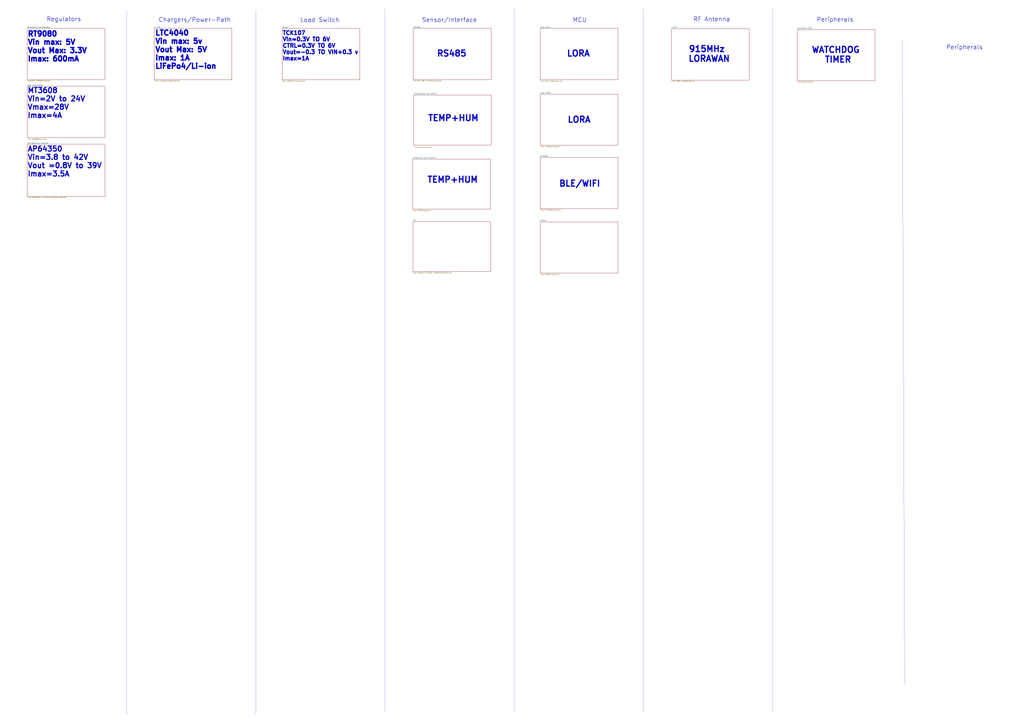
<source format=kicad_sch>
(kicad_sch
	(version 20231120)
	(generator "eeschema")
	(generator_version "8.0")
	(uuid "e45bcff5-6691-4f77-b813-7efcbb908780")
	(paper "A0")
	(title_block
		(title "PWX-Schematic_Repo")
		(date "2024-10-04")
		(rev "0")
		(company "Packetworx")
		(comment 1 "J.Javier")
	)
	(lib_symbols)
	(polyline
		(pts
			(xy 1047.6949 46.4007) (xy 1050.3929 794.7541)
		)
		(stroke
			(width 0)
			(type default)
		)
		(uuid "09750f22-035a-4687-9fb6-f49f5d466198")
	)
	(polyline
		(pts
			(xy 297.2159 12.6494) (xy 297.2159 829.5766)
		)
		(stroke
			(width 0)
			(type default)
		)
		(uuid "11e3700b-0593-4dcc-8868-9df418880138")
	)
	(polyline
		(pts
			(xy 146.9485 829.5706) (xy 146.9542 829.5706)
		)
		(stroke
			(width 0)
			(type default)
		)
		(uuid "16e7ac2a-a816-40cf-a205-f47b3b9e4818")
	)
	(polyline
		(pts
			(xy 896.9656 10.3467) (xy 896.9656 827.2739)
		)
		(stroke
			(width 0)
			(type default)
		)
		(uuid "461087a8-543f-4032-9e7b-533e9577c5aa")
	)
	(polyline
		(pts
			(xy 447.0405 10.3162) (xy 447.0405 827.2434)
		)
		(stroke
			(width 0)
			(type default)
		)
		(uuid "57e08182-1a7b-4a05-b7ec-81187f705c6c")
	)
	(polyline
		(pts
			(xy 296.9969 10.0389) (xy 296.9969 10.0427)
		)
		(stroke
			(width 0)
			(type default)
		)
		(uuid "82e99745-4baf-41f9-9e55-454f4d9e3fe1")
	)
	(polyline
		(pts
			(xy 597.0182 10.336) (xy 597.0182 827.2632)
		)
		(stroke
			(width 0)
			(type default)
		)
		(uuid "9e8fda17-9365-49ff-94af-32c42bc963e3")
	)
	(polyline
		(pts
			(xy 146.9485 12.6434) (xy 146.9485 829.5706)
		)
		(stroke
			(width 0)
			(type default)
		)
		(uuid "d0f939ed-faa2-4201-a21f-f2c183ef1a98")
	)
	(polyline
		(pts
			(xy 746.9931 10.3375) (xy 746.9931 827.2647)
		)
		(stroke
			(width 0)
			(type default)
		)
		(uuid "f17179d6-0b74-41a1-b6d2-7400d030d1dd")
	)
	(text "Regulators"
		(exclude_from_sim no)
		(at 74.1152 22.2759 0)
		(effects
			(font
				(size 5 5)
				(thickness 0.4)
				(bold yes)
			)
		)
		(uuid "0b8c3041-c348-4fdc-82f2-264d3eb1cff8")
	)
	(text "BLE/WIFI"
		(exclude_from_sim no)
		(at 673.1 213.36 0)
		(effects
			(font
				(size 7 7)
				(thickness 1.4)
				(bold yes)
			)
		)
		(uuid "0eeacf52-c674-4e93-8085-7b8e83b12647")
	)
	(text "Peripherals"
		(exclude_from_sim no)
		(at 1119.8872 54.9251 0)
		(effects
			(font
				(size 5 5)
				(thickness 0.4)
				(bold yes)
			)
		)
		(uuid "13751612-ea85-4892-987a-5ff468db0d21")
	)
	(text "915MHz \nLORAWAN"
		(exclude_from_sim no)
		(at 823.4362 62.6568 0)
		(effects
			(font
				(size 7 7)
				(thickness 1.4)
				(bold yes)
			)
		)
		(uuid "3512a956-1036-4a35-8215-eff5df537780")
	)
	(text "TEMP+HUM"
		(exclude_from_sim no)
		(at 525.5322 208.8438 0)
		(effects
			(font
				(size 7 7)
				(thickness 1.4)
				(bold yes)
			)
		)
		(uuid "3e83c35b-6d23-41bd-b824-9f47129c591f")
	)
	(text "RT9080\nVin max: 5V\nVout Max: 3.3V\nImax: 600mA"
		(exclude_from_sim no)
		(at 31.6367 53.9392 0)
		(effects
			(font
				(size 6 6)
				(thickness 1.6)
				(bold yes)
			)
			(justify left)
		)
		(uuid "4abd0a85-afa0-4b93-aa31-d1967a6558c6")
	)
	(text "Peripherals"
		(exclude_from_sim no)
		(at 969.5748 22.8109 0)
		(effects
			(font
				(size 5 5)
				(thickness 0.4)
				(bold yes)
			)
		)
		(uuid "602e2a7e-9357-4679-8593-6053018cf548")
	)
	(text "MCU"
		(exclude_from_sim no)
		(at 673.1306 23.2334 0)
		(effects
			(font
				(size 5 5)
				(thickness 0.4)
				(bold yes)
			)
		)
		(uuid "73fa87b4-5236-4c74-865c-e4dea59b7389")
	)
	(text "MT3608\nVin=2V to 24V\nVmax=28V\nImax=4A"
		(exclude_from_sim no)
		(at 31.6047 119.6867 0)
		(effects
			(font
				(size 6 6)
				(thickness 1.2)
				(bold yes)
			)
			(justify left)
		)
		(uuid "7c2fb2f6-c711-4383-8e5d-9860b49b9267")
	)
	(text "TCK107\nVin=0.3V TO 6V\nCTRL=0.3V TO 6V\nVout=-0.3 TO VIN+0.3 v\nImax=1A"
		(exclude_from_sim no)
		(at 327.7111 53.2153 0)
		(effects
			(font
				(size 4.6 4.6)
				(thickness 1.6)
				(bold yes)
			)
			(justify left)
		)
		(uuid "8e07a929-1ba0-4989-900b-c25cb5ef5399")
	)
	(text "AP64350\nVin=3.8 to 42V\nVout =0.8V to 39V \nImax=3.5A"
		(exclude_from_sim no)
		(at 31.6794 187.6098 0)
		(effects
			(font
				(size 6 6)
				(thickness 1.2)
				(bold yes)
			)
			(justify left)
		)
		(uuid "9b9d1cee-7122-4123-a7c9-0c43cdaa8afc")
	)
	(text "LORA"
		(exclude_from_sim no)
		(at 672.4809 139.0902 0)
		(effects
			(font
				(size 7 7)
				(thickness 1.4)
				(bold yes)
			)
		)
		(uuid "acb7b5bd-bbd3-4142-8eba-c7fb981e06ab")
	)
	(text "Chargers/Power-Path"
		(exclude_from_sim no)
		(at 226.1121 23.0845 0)
		(effects
			(font
				(size 5 5)
				(thickness 0.4)
				(bold yes)
			)
		)
		(uuid "b803e629-8930-41c0-bbdf-9cbf2c28acc5")
	)
	(text "WATCHDOG \nTIMER"
		(exclude_from_sim no)
		(at 973.1021 63.6164 0)
		(effects
			(font
				(size 7 7)
				(thickness 1.4)
				(bold yes)
			)
		)
		(uuid "c235ac58-7390-4521-9417-db19dbf4d32f")
	)
	(text "RS485"
		(exclude_from_sim no)
		(at 524.51 62.23 0)
		(effects
			(font
				(size 7 7)
				(thickness 1.4)
				(bold yes)
			)
		)
		(uuid "c650a762-60aa-4275-9e55-b7a16934e306")
	)
	(text "Sensor/Interface"
		(exclude_from_sim no)
		(at 521.9445 23.2387 0)
		(effects
			(font
				(size 5 5)
				(thickness 0.4)
				(bold yes)
			)
		)
		(uuid "ca56ea42-0d7e-4466-9573-a790e131c9f1")
	)
	(text "LTC4040\nVin max: 5v\nVout Max: 5V\nImax: 1A\nLiFePo4/Li-ion"
		(exclude_from_sim no)
		(at 179.6832 57.6765 0)
		(effects
			(font
				(size 6 6)
				(thickness 1.6)
				(bold yes)
			)
			(justify left)
		)
		(uuid "d06355c3-ca22-4ec2-9dcf-510de3a69fd7")
	)
	(text "LORA"
		(exclude_from_sim no)
		(at 671.6171 62.2088 0)
		(effects
			(font
				(size 7 7)
				(thickness 1.4)
				(bold yes)
			)
		)
		(uuid "e5969b0f-fd1e-4581-9241-84964907caae")
	)
	(text "RF Antenna"
		(exclude_from_sim no)
		(at 826.3599 22.4488 0)
		(effects
			(font
				(size 5 5)
				(thickness 0.4)
				(bold yes)
			)
		)
		(uuid "ebf63d9b-4575-4f59-825d-cdb7cdeae1f8")
	)
	(text "TEMP+HUM"
		(exclude_from_sim no)
		(at 526.3853 137.2627 0)
		(effects
			(font
				(size 7 7)
				(thickness 1.4)
				(bold yes)
			)
		)
		(uuid "ec0df2d0-507b-43ed-ad93-95a5cbccdc5a")
	)
	(text "Load Switch"
		(exclude_from_sim no)
		(at 371.3933 23.3195 0)
		(effects
			(font
				(size 5 5)
				(thickness 0.4)
				(bold yes)
			)
		)
		(uuid "efa287c5-cd22-4704-b087-b57ed8407d92")
	)
	(sheet
		(at 779.6947 33.2662)
		(size 90.17 59.69)
		(fields_autoplaced yes)
		(stroke
			(width 0.1524)
			(type solid)
		)
		(fill
			(color 0 0 0 0.0000)
		)
		(uuid "0b7ec768-b22c-4dd2-83c5-36d96cfe9693")
		(property "Sheetname" "ILA.09"
			(at 779.6947 32.5546 0)
			(effects
				(font
					(size 1.27 1.27)
				)
				(justify left bottom)
			)
		)
		(property "Sheetfile" "LORA-ILA.09.kicad_sch"
			(at 779.6947 93.6172 0)
			(effects
				(font
					(size 1.27 1.27)
				)
				(justify left top)
			)
		)
		(instances
			(project "PWX-Schematic Repo"
				(path "/e45bcff5-6691-4f77-b813-7efcbb908780"
					(page "10")
				)
			)
		)
	)
	(sheet
		(at 627.38 33.02)
		(size 90.17 59.69)
		(fields_autoplaced yes)
		(stroke
			(width 0.1524)
			(type solid)
		)
		(fill
			(color 0 0 0 0.0000)
		)
		(uuid "25417316-0905-43c9-880d-4ff6d99b24d3")
		(property "Sheetname" "Acsip S76s"
			(at 627.38 32.3084 0)
			(effects
				(font
					(size 1.27 1.27)
				)
				(justify left bottom)
			)
		)
		(property "Sheetfile" "Acsip S76s.kicad_sch"
			(at 627.38 93.4104 0)
			(effects
				(font
					(size 1.27 1.27)
				)
				(justify left top)
			)
		)
		(instances
			(project "PWX-Schematic Repo"
				(path "/e45bcff5-6691-4f77-b813-7efcbb908780"
					(page "6")
				)
			)
		)
	)
	(sheet
		(at 31.75 167.64)
		(size 90.17 60.96)
		(fields_autoplaced yes)
		(stroke
			(width 0.1524)
			(type solid)
		)
		(fill
			(color 0 0 0 0.0000)
		)
		(uuid "3be73c98-aa8b-44cf-9ce4-d683d096ead3")
		(property "Sheetname" "3V3 Step Down Converter"
			(at 31.75 166.9284 0)
			(effects
				(font
					(size 1.27 1.27)
				)
				(justify left bottom)
			)
		)
		(property "Sheetfile" "AP64350SP-13_Buck Converter.kicad_sch"
			(at 31.75 228.4246 0)
			(effects
				(font
					(size 1.27 1.27)
				)
				(justify left top)
			)
		)
		(instances
			(project "PWX-Schematic Repo"
				(path "/e45bcff5-6691-4f77-b813-7efcbb908780"
					(page "4")
				)
			)
		)
	)
	(sheet
		(at 31.75 100.33)
		(size 90.17 59.69)
		(fields_autoplaced yes)
		(stroke
			(width 0.1524)
			(type solid)
		)
		(fill
			(color 0 0 0 0.0000)
		)
		(uuid "46b54f87-4815-42ff-b90f-5e9443870cf5")
		(property "Sheetname" "Step-up Converter"
			(at 31.75 99.6184 0)
			(effects
				(font
					(size 1.27 1.27)
				)
				(justify left bottom)
			)
		)
		(property "Sheetfile" "MT3608.kicad_sch"
			(at 31.75 160.986 0)
			(effects
				(font
					(size 1.27 1.27)
				)
				(justify left top)
			)
		)
		(instances
			(project "PWX-Schematic Repo"
				(path "/e45bcff5-6691-4f77-b813-7efcbb908780"
					(page "3")
				)
			)
		)
	)
	(sheet
		(at 627.38 257.81)
		(size 90.17 59.69)
		(fields_autoplaced yes)
		(stroke
			(width 0.1524)
			(type solid)
		)
		(fill
			(color 0 0 0 0.0000)
		)
		(uuid "553a1db3-29a0-4f63-82c0-a67bd57c106b")
		(property "Sheetname" "STM32F"
			(at 627.38 257.0984 0)
			(effects
				(font
					(size 1.27 1.27)
				)
				(justify left bottom)
			)
		)
		(property "Sheetfile" "STM32F.kicad_sch"
			(at 627.38 318.1108 0)
			(effects
				(font
					(size 1.27 1.27)
				)
				(justify left top)
			)
		)
		(instances
			(project "PWX-Schematic Repo"
				(path "/e45bcff5-6691-4f77-b813-7efcbb908780"
					(page "9")
				)
			)
		)
	)
	(sheet
		(at 480.4013 110.3487)
		(size 90.17 58.42)
		(fields_autoplaced yes)
		(stroke
			(width 0.1524)
			(type solid)
		)
		(fill
			(color 0 0 0 0.0000)
		)
		(uuid "70c81bf8-20f9-4b6e-968b-f4847a3028c2")
		(property "Sheetname" "TEMPERATURE AND HUMIDITY"
			(at 480.4013 109.6371 0)
			(effects
				(font
					(size 1.27 1.27)
				)
				(justify left bottom)
			)
		)
		(property "Sheetfile" "SHT40.kicad_sch"
			(at 480.4013 170.3423 0)
			(effects
				(font
					(size 1.27 1.27)
				)
				(justify left top)
			)
		)
		(instances
			(project "PWX-Schematic Repo"
				(path "/e45bcff5-6691-4f77-b813-7efcbb908780"
					(page "13")
				)
			)
		)
	)
	(sheet
		(at 480.06 33.02)
		(size 90.17 59.69)
		(fields_autoplaced yes)
		(stroke
			(width 0.1524)
			(type solid)
		)
		(fill
			(color 0 0 0 0.0000)
		)
		(uuid "76934a6f-d2e6-40cb-a597-2a31d3dfae59")
		(property "Sheetname" "ADM485"
			(at 480.06 32.3084 0)
			(effects
				(font
					(size 1.27 1.27)
				)
				(justify left bottom)
			)
		)
		(property "Sheetfile" "RS-495-TO-UART.kicad_sch"
			(at 480.06 93.1234 0)
			(effects
				(font
					(size 1.27 1.27)
				)
				(justify left top)
			)
		)
		(instances
			(project "PWX-Schematic Repo"
				(path "/e45bcff5-6691-4f77-b813-7efcbb908780"
					(page "12")
				)
			)
		)
	)
	(sheet
		(at 925.83 34.29)
		(size 90.17 59.69)
		(fields_autoplaced yes)
		(stroke
			(width 0.1524)
			(type solid)
		)
		(fill
			(color 0 0 0 0.0000)
		)
		(uuid "8036d384-f35e-4fc4-aa33-0c656c8f1544")
		(property "Sheetname" "WATCHDOG-TIMER"
			(at 925.83 33.5784 0)
			(effects
				(font
					(size 1.27 1.27)
				)
				(justify left bottom)
			)
		)
		(property "Sheetfile" "WDT.kicad_sch"
			(at 925.83 94.5296 0)
			(effects
				(font
					(size 1.27 1.27)
				)
				(justify left top)
			)
		)
		(instances
			(project "PWX-Schematic Repo"
				(path "/e45bcff5-6691-4f77-b813-7efcbb908780"
					(page "11")
				)
			)
		)
	)
	(sheet
		(at 627.38 182.88)
		(size 90.17 59.69)
		(fields_autoplaced yes)
		(stroke
			(width 0.1524)
			(type solid)
		)
		(fill
			(color 0 0 0 0.0000)
		)
		(uuid "853a3aca-3d76-4a9d-91e1-797bc2040044")
		(property "Sheetname" "STM32WB"
			(at 627.38 182.1684 0)
			(effects
				(font
					(size 1.27 1.27)
				)
				(justify left bottom)
			)
		)
		(property "Sheetfile" "STM32WB.kicad_sch"
			(at 627.38 243.1822 0)
			(effects
				(font
					(size 1.27 1.27)
				)
				(justify left top)
			)
		)
		(instances
			(project "PWX-Schematic Repo"
				(path "/e45bcff5-6691-4f77-b813-7efcbb908780"
					(page "8")
				)
			)
		)
	)
	(sheet
		(at 179.07 33.02)
		(size 90.17 59.69)
		(fields_autoplaced yes)
		(stroke
			(width 0.1524)
			(type solid)
		)
		(fill
			(color 0 0 0 0.0000)
		)
		(uuid "871e218e-297f-4a11-b777-e9076fca9054")
		(property "Sheetname" "5v UPS"
			(at 179.07 32.3084 0)
			(effects
				(font
					(size 1.27 1.27)
				)
				(justify left bottom)
			)
		)
		(property "Sheetfile" "LTC4040_5vUPS.kicad_sch"
			(at 179.07 93.2925 0)
			(effects
				(font
					(size 1.27 1.27)
				)
				(justify left top)
			)
		)
		(instances
			(project "PWX-Schematic Repo"
				(path "/e45bcff5-6691-4f77-b813-7efcbb908780"
					(page "5")
				)
			)
		)
	)
	(sheet
		(at 327.5424 33.0951)
		(size 90.0533 59.7108)
		(fields_autoplaced yes)
		(stroke
			(width 0.1524)
			(type solid)
		)
		(fill
			(color 0 0 0 0.0000)
		)
		(uuid "8f38d770-e530-4b8e-a1a4-da02e6240576")
		(property "Sheetname" "TCK107"
			(at 327.5424 32.3835 0)
			(effects
				(font
					(size 1.27 1.27)
				)
				(justify left bottom)
			)
		)
		(property "Sheetfile" "LOADSWITCH.kicad_sch"
			(at 327.5424 93.3905 0)
			(effects
				(font
					(size 1.27 1.27)
				)
				(justify left top)
			)
		)
		(instances
			(project "PWX-Schematic Repo"
				(path "/e45bcff5-6691-4f77-b813-7efcbb908780"
					(page "15")
				)
			)
		)
	)
	(sheet
		(at 479.3775 184.6912)
		(size 90.17 58.42)
		(fields_autoplaced yes)
		(stroke
			(width 0.1524)
			(type solid)
		)
		(fill
			(color 0 0 0 0.0000)
		)
		(uuid "a6812f25-d39a-4575-8565-63e48d003caf")
		(property "Sheetname" "Temperature and Humidity II"
			(at 479.3775 183.9796 0)
			(effects
				(font
					(size 1.27 1.27)
				)
				(justify left bottom)
			)
		)
		(property "Sheetfile" "SHT20.kicad_sch"
			(at 479.3775 243.7638 0)
			(effects
				(font
					(size 1.27 1.27)
				)
				(justify left top)
			)
		)
		(instances
			(project "PWX-Schematic Repo"
				(path "/e45bcff5-6691-4f77-b813-7efcbb908780"
					(page "14")
				)
			)
		)
	)
	(sheet
		(at 31.75 33.02)
		(size 90.17 59.69)
		(fields_autoplaced yes)
		(stroke
			(width 0.1524)
			(type solid)
		)
		(fill
			(color 0 0 0 0.0000)
		)
		(uuid "b1897263-7ea1-4a28-a0fd-b908724828d8")
		(property "Sheetname" "3.3V Regulator"
			(at 31.75 32.3084 0)
			(show_name yes)
			(effects
				(font
					(size 1.27 1.27)
				)
				(justify left bottom)
			)
		)
		(property "Sheetfile" "RT9080.kicad_sch"
			(at 31.75 93.0426 0)
			(show_name yes)
			(effects
				(font
					(size 1.27 1.27)
				)
				(justify left top)
			)
		)
		(instances
			(project "PWX-Schematic Repo"
				(path "/e45bcff5-6691-4f77-b813-7efcbb908780"
					(page "2")
				)
			)
		)
	)
	(sheet
		(at 479.5481 257.3273)
		(size 90.17 58.42)
		(fields_autoplaced yes)
		(stroke
			(width 0.1524)
			(type solid)
		)
		(fill
			(color 0 0 0 0.0000)
		)
		(uuid "c48438a3-74ee-49c9-9a78-17843a4d88b8")
		(property "Sheetname" "ADC"
			(at 479.5481 256.6157 0)
			(effects
				(font
					(size 1.27 1.27)
				)
				(justify left bottom)
			)
		)
		(property "Sheetfile" "ANALOG TO DIGITAL CONVERTER.kicad_sch"
			(at 479.5481 316.2759 0)
			(effects
				(font
					(size 1.27 1.27)
				)
				(justify left top)
			)
		)
		(instances
			(project "PWX-Schematic Repo"
				(path "/e45bcff5-6691-4f77-b813-7efcbb908780"
					(page "16")
				)
			)
		)
	)
	(sheet
		(at 627.38 109.22)
		(size 90.17 59.69)
		(fields_autoplaced yes)
		(stroke
			(width 0.1524)
			(type solid)
		)
		(fill
			(color 0 0 0 0.0000)
		)
		(uuid "f6a99d2a-d75a-492f-b78b-857de2c5f440")
		(property "Sheetname" "Acsip ST50h"
			(at 627.38 108.5084 0)
			(effects
				(font
					(size 1.27 1.27)
				)
				(justify left bottom)
			)
		)
		(property "Sheetfile" "untitled.kicad_sch"
			(at 627.38 169.4925 0)
			(effects
				(font
					(size 1.27 1.27)
				)
				(justify left top)
			)
		)
		(instances
			(project "PWX-Schematic Repo"
				(path "/e45bcff5-6691-4f77-b813-7efcbb908780"
					(page "7")
				)
			)
		)
	)
	(sheet_instances
		(path "/"
			(page "1")
		)
	)
)

</source>
